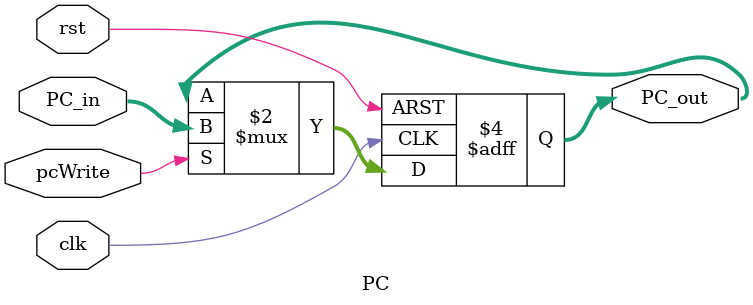
<source format=v>
`timescale  1ns / 1ns

module PC(input [31:0] PC_in, output [31:0] PC_out, input clk, rst, pcWrite);
  always @(posedge clk, posedge rst) begin
    if (rst) PC_out <= 32'b0;
    else if (pcWrite) PC_out <= PC_in;
  end
endmodule

</source>
